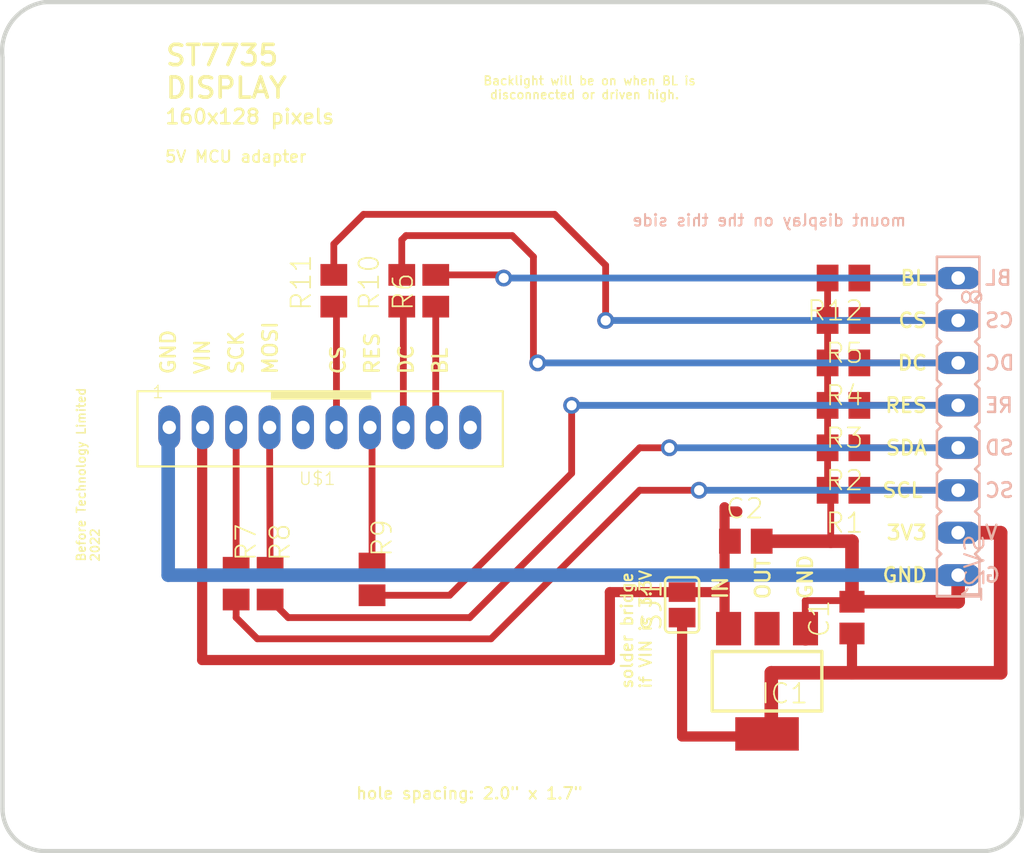
<source format=kicad_pcb>
(kicad_pcb (version 20211014) (generator pcbnew)
  (layers (0 "F.Cu" signal) (31 "B.Cu" signal) (34 "B.Paste" user) (35 "F.Paste" user) (36 "B.SilkS" user "B.Silkscreen") (37 "F.SilkS" user "F.Silkscreen") (38 "B.Mask" user) (39 "F.Mask" user) (44 "Edge.Cuts" user))
  (net 0 "")
  (net 1 "N$2")
  (net 2 "SCK3")
  (net 3 "SDA3")
  (net 4 "RST3")
  (net 5 "DC3")
  (net 6 "CS3")
  (net 7 "BLK")
  (net 8 "GND")
  (net 9 "RST5")
  (net 10 "DC5")
  (net 11 "SCK5")
  (net 12 "CS5")
  (net 13 "MOSI")
  (net 14 "BL5")
  (net 15 "N$1")
  (footprint "weaver_gfx5:M0805" (layer "F.Cu") (at 140.127616 114.1476 -90)
    (fp_text reference "R9" (at -1.27 -1.27 -90) (layer "F.SilkS") (effects (font (size 1.1684 1.1684) (thickness 0.1016)) (justify left bottom)))
    (fp_text value "")
    (pad "1" smd rect (at -0.95 0 270) (size 1.3 1.6) (layers "F.Cu" "F.Paste" "F.Mask") (net 9 "RST5"))
    (pad "2" smd rect (at 0.95 0 270) (size 1.3 1.6) (layers "F.Cu" "F.Paste" "F.Mask") (net 4 "RST3"))
  )
  (footprint "" (layer "F.Cu") (at 173.909616 83.4136)
    (fp_text reference "@HOLE3" hide)
    (fp_text value "" (at 0 0) (layer "F.SilkS") (effects (font (size 1.27 1.27))))
    (pad "" np_thru_hole circle (at 0 0) (size 3.2 3.2) (drill 3.2) (layers *.Cu *.Mask))
  )
  (footprint "weaver_gfx5:M0805" (layer "F.Cu") (at 168.321616 106.2736 180)
    (fp_text reference "R2" (at -1.27 -1.27 180) (layer "F.SilkS") (effects (font (size 1.1684 1.1684) (thickness 0.1016)) (justify right top)))
    (fp_text value "")
    (pad "1" smd rect (at -0.95 0 180) (size 1.3 1.6) (layers "F.Cu" "F.Paste" "F.Mask") (net 3 "SDA3"))
    (pad "2" smd rect (at 0.95 0 180) (size 1.3 1.6) (layers "F.Cu" "F.Paste" "F.Mask") (net 8 "GND"))
  )
  (footprint "weaver_gfx5:C0805" (layer "F.Cu") (at 168.829616 116.4336 90)
    (fp_text reference "C1" (at -1.27 -1.27 90) (layer "F.SilkS") (effects (font (size 1.1684 1.1684) (thickness 0.1016)) (justify left bottom)))
    (fp_text value "")
    (pad "1" smd rect (at -0.95 0 90) (size 1.3 1.5) (layers "F.Cu" "F.Paste" "F.Mask") (net 1 "N$2"))
    (pad "2" smd rect (at 0.95 0 90) (size 1.3 1.5) (layers "F.Cu" "F.Paste" "F.Mask") (net 8 "GND"))
  )
  (footprint "weaver_gfx5:M0805" (layer "F.Cu") (at 168.321616 98.6536 180)
    (fp_text reference "R5" (at -1.27 -1.27 180) (layer "F.SilkS") (effects (font (size 1.1684 1.1684) (thickness 0.1016)) (justify right top)))
    (fp_text value "")
    (pad "1" smd rect (at -0.95 0 180) (size 1.3 1.6) (layers "F.Cu" "F.Paste" "F.Mask") (net 6 "CS3"))
    (pad "2" smd rect (at 0.95 0 180) (size 1.3 1.6) (layers "F.Cu" "F.Paste" "F.Mask") (net 8 "GND"))
  )
  (footprint "weaver_gfx5:C0805" (layer "F.Cu") (at 162.479616 111.8616)
    (fp_text reference "C2" (at -1.27 -1.27) (layer "F.SilkS") (effects (font (size 1.1684 1.1684) (thickness 0.1016)) (justify left bottom)))
    (fp_text value "")
    (pad "1" smd rect (at -0.95 0) (size 1.3 1.5) (layers "F.Cu" "F.Paste" "F.Mask") (net 15 "N$1"))
    (pad "2" smd rect (at 0.95 0) (size 1.3 1.5) (layers "F.Cu" "F.Paste" "F.Mask") (net 8 "GND"))
  )
  (footprint "weaver_gfx5:M0805" (layer "F.Cu") (at 141.905616 96.8756 90)
    (fp_text reference "R10" (at -1.27 -1.27 90) (layer "F.SilkS") (effects (font (size 1.1684 1.1684) (thickness 0.1016)) (justify left bottom)))
    (fp_text value "")
    (pad "1" smd rect (at -0.95 0 90) (size 1.3 1.6) (layers "F.Cu" "F.Paste" "F.Mask") (net 10 "DC5"))
    (pad "2" smd rect (at 0.95 0 90) (size 1.3 1.6) (layers "F.Cu" "F.Paste" "F.Mask") (net 5 "DC3"))
  )
  (footprint "weaver_gfx5:JST_B10B-PH_HEADER" (layer "F.Cu") (at 131.999616 105.0036 180)
    (fp_text reference "U$1" (at -6 -2.6825 180) (layer "F.SilkS") (effects (font (size 0.747776 0.747776) (thickness 0.065024)) (justify right top)))
    (fp_text value "JST-PH_10-PIN_HEADER" hide)
    (fp_text user "1" (at 5.07 1.635 180) (layer "F.SilkS") (effects (font (size 0.747776 0.747776) (thickness 0.065024)) (justify left bottom)))
    (fp_line (start 5.9 2.1175) (end -15.95 2.1175) (layer "F.SilkS") (width 0.127))
    (fp_line (start 5.9 -2.3825) (end 5.9 2.1175) (layer "F.SilkS") (width 0.127))
    (fp_line (start -15.95 2.1175) (end -15.95 -2.3825) (layer "F.SilkS") (width 0.127))
    (fp_line (start -15.95 -2.3825) (end 5.9 -2.3825) (layer "F.SilkS") (width 0.127))
    (fp_poly (pts (xy -8.08 2.1175) (xy -2.08 2.1175) (xy -2.08 1.6175) (xy -8.08 1.6175)) (layer "F.SilkS") (width 0) (fill solid))
    (pad "P1" thru_hole oval (at 4 -0.0475 270) (size 2.616 1.308) (drill 0.8) (layers *.Cu *.Mask) (net 8 "GND"))
    (pad "P2" thru_hole oval (at 2 -0.0475 270) (size 2.616 1.308) (drill 0.8) (layers *.Cu *.Mask) (net 15 "N$1"))
    (pad "P3" thru_hole oval (at 0 -0.0475 270) (size 2.616 1.308) (drill 0.8) (layers *.Cu *.Mask) (net 11 "SCK5"))
    (pad "P4" thru_hole oval (at -2 -0.0475 270) (size 2.616 1.308) (drill 0.8) (layers *.Cu *.Mask) (net 13 "MOSI"))
    (pad "P5" thru_hole oval (at -4 -0.0475 270) (size 2.616 1.308) (drill 0.8) (layers *.Cu *.Mask))
    (pad "P6" thru_hole oval (at -6 -0.0475 270) (size 2.616 1.308) (drill 0.8) (layers *.Cu *.Mask) (net 12 "CS5"))
    (pad "P7" thru_hole oval (at -8 -0.0475 270) (size 2.616 1.308) (drill 0.8) (layers *.Cu *.Mask) (net 9 "RST5"))
    (pad "P8" thru_hole oval (at -10 -0.0475 270) (size 2.616 1.308) (drill 0.8) (layers *.Cu *.Mask) (net 10 "DC5"))
    (pad "P9" thru_hole oval (at -12 -0.0475 270) (size 2.616 1.308) (drill 0.8) (layers *.Cu *.Mask) (net 14 "BL5"))
    (pad "P10" thru_hole oval (at -14 -0.0475 270) (size 2.616 1.308) (drill 0.8) (layers *.Cu *.Mask))
  )
  (footprint "" (layer "F.Cu") (at 123.109616 83.4136)
    (fp_text reference "@HOLE0" hide)
    (fp_text value "" (at 0 0) (layer "F.SilkS") (effects (font (size 1.27 1.27))))
    (pad "" np_thru_hole circle (at 0 0) (size 3.2 3.2) (drill 3.2) (layers *.Cu *.Mask))
  )
  (footprint "" (layer "F.Cu") (at 123.109616 90.0811)
    (fp_text reference "@HOLE5" hide)
    (fp_text value "" (at 0 0) (layer "F.SilkS") (effects (font (size 1.27 1.27))))
    (pad "" np_thru_hole circle (at 0 0) (size 2.8 2.8) (drill 2.8) (layers *.Cu *.Mask))
  )
  (footprint "weaver_gfx5:M0805" (layer "F.Cu") (at 143.937616 96.8756 90)
    (fp_text reference "R6" (at -1.27 -1.27 90) (layer "F.SilkS") (effects (font (size 1.1684 1.1684) (thickness 0.1016)) (justify left bottom)))
    (fp_text value "")
    (pad "1" smd rect (at -0.95 0 90) (size 1.3 1.6) (layers "F.Cu" "F.Paste" "F.Mask") (net 14 "BL5"))
    (pad "2" smd rect (at 0.95 0 90) (size 1.3 1.6) (layers "F.Cu" "F.Paste" "F.Mask") (net 7 "BLK"))
  )
  (footprint "weaver_gfx5:M0805" (layer "F.Cu") (at 168.321616 108.8136 180)
    (fp_text reference "R1" (at -1.27 -1.27 180) (layer "F.SilkS") (effects (font (size 1.1684 1.1684) (thickness 0.1016)) (justify right top)))
    (fp_text value "")
    (pad "1" smd rect (at -0.95 0 180) (size 1.3 1.6) (layers "F.Cu" "F.Paste" "F.Mask") (net 2 "SCK3"))
    (pad "2" smd rect (at 0.95 0 180) (size 1.3 1.6) (layers "F.Cu" "F.Paste" "F.Mask") (net 8 "GND"))
  )
  (footprint "" (layer "F.Cu") (at 123.109616 119.9261)
    (fp_text reference "@HOLE4" hide)
    (fp_text value "" (at 0 0) (layer "F.SilkS") (effects (font (size 1.27 1.27))))
    (pad "" np_thru_hole circle (at 0 0) (size 2.8 2.8) (drill 2.8) (layers *.Cu *.Mask))
  )
  (footprint "weaver_gfx5:M0805" (layer "F.Cu") (at 168.321616 101.1936 180)
    (fp_text reference "R4" (at -1.27 -1.27 180) (layer "F.SilkS") (effects (font (size 1.1684 1.1684) (thickness 0.1016)) (justify right top)))
    (fp_text value "")
    (pad "1" smd rect (at -0.95 0 180) (size 1.3 1.6) (layers "F.Cu" "F.Paste" "F.Mask") (net 5 "DC3"))
    (pad "2" smd rect (at 0.95 0 180) (size 1.3 1.6) (layers "F.Cu" "F.Paste" "F.Mask") (net 8 "GND"))
  )
  (footprint "weaver_gfx5:SOT223" (layer "F.Cu") (at 163.749616 120.2436 180)
    (fp_text reference "IC1" (at -2.54 -0.0508 180) (layer "F.SilkS") (effects (font (size 1.1684 1.1684) (thickness 0.1016)) (justify right top)))
    (fp_text value "LD117AS18TR")
    (fp_line (start 3.277 -1.778) (end 3.277 1.778) (layer "F.SilkS") (width 0.2032))
    (fp_line (start -3.277 -1.778) (end 3.277 -1.778) (layer "F.SilkS") (width 0.2032))
    (fp_line (start 3.277 1.778) (end -3.277 1.778) (layer "F.SilkS") (width 0.2032))
    (fp_line (start -3.277 1.778) (end -3.277 -1.778) (layer "F.SilkS") (width 0.2032))
    (pad "1" smd rect (at -2.3 3.15 180) (size 1.5 2) (layers "F.Cu" "F.Paste" "F.Mask") (net 8 "GND"))
    (pad "2" smd rect (at 0 3.15 180) (size 1.5 2) (layers "F.Cu" "F.Paste" "F.Mask"))
    (pad "3" smd rect (at 2.3 3.15 180) (size 1.5 2) (layers "F.Cu" "F.Paste" "F.Mask") (net 15 "N$1"))
    (pad "4" smd rect (at 0 -3.15 180) (size 3.8 2) (layers "F.Cu" "F.Paste" "F.Mask") (net 1 "N$2"))
  )
  (footprint "" (layer "F.Cu") (at 123.109616 126.5936)
    (fp_text reference "@HOLE1" hide)
    (fp_text value "" (at 0 0) (layer "F.SilkS") (effects (font (size 1.27 1.27))))
    (pad "" np_thru_hole circle (at 0 0) (size 3.2 3.2) (drill 3.2) (layers *.Cu *.Mask))
  )
  (footprint "weaver_gfx5:M0805" (layer "F.Cu") (at 134.031616 114.4016 -90)
    (fp_text reference "R8" (at -1.27 -1.27 -90) (layer "F.SilkS") (effects (font (size 1.1684 1.1684) (thickness 0.1016)) (justify left bottom)))
    (fp_text value "")
    (pad "1" smd rect (at -0.95 0 270) (size 1.3 1.6) (layers "F.Cu" "F.Paste" "F.Mask") (net 13 "MOSI"))
    (pad "2" smd rect (at 0.95 0 270) (size 1.3 1.6) (layers "F.Cu" "F.Paste" "F.Mask") (net 3 "SDA3"))
  )
  (footprint "weaver_gfx5:M0805" (layer "F.Cu") (at 137.841616 96.8756 90)
    (fp_text reference "R11" (at -1.27 -1.27 90) (layer "F.SilkS") (effects (font (size 1.1684 1.1684) (thickness 0.1016)) (justify left bottom)))
    (fp_text value "")
    (pad "1" smd rect (at -0.95 0 90) (size 1.3 1.6) (layers "F.Cu" "F.Paste" "F.Mask") (net 12 "CS5"))
    (pad "2" smd rect (at 0.95 0 90) (size 1.3 1.6) (layers "F.Cu" "F.Paste" "F.Mask") (net 6 "CS3"))
  )
  (footprint "weaver_gfx5:M0805" (layer "F.Cu") (at 168.321616 96.1136 180)
    (fp_text reference "R12" (at -1.27 -1.27 180) (layer "F.SilkS") (effects (font (size 1.1684 1.1684) (thickness 0.1016)) (justify right top)))
    (fp_text value "")
    (pad "1" smd rect (at -0.95 0 180) (size 1.3 1.6) (layers "F.Cu" "F.Paste" "F.Mask") (net 7 "BLK"))
    (pad "2" smd rect (at 0.95 0 180) (size 1.3 1.6) (layers "F.Cu" "F.Paste" "F.Mask") (net 8 "GND"))
  )
  (footprint "weaver_gfx5:SJ" (layer "F.Cu") (at 158.669616 115.6716 90)
    (fp_text reference "SJ1" (at -1.651 -1.143 90) (layer "F.SilkS") (effects (font (size 1.143 1.143) (thickness 0.127)) (justify left bottom)))
    (fp_text value "")
    (fp_line (start 1.651 0.762) (end 1.651 -0.762) (layer "F.SilkS") (width 0.1524))
    (fp_line (start -1.397 -1.016) (end 1.397 -1.016) (layer "F.SilkS") (width 0.1524))
    (fp_line (start -1.651 0.762) (end -1.651 -0.762) (layer "F.SilkS") (width 0.1524))
    (fp_line (start 1.397 1.016) (end -1.397 1.016) (layer "F.SilkS") (width 0.1524))
    (fp_arc (start -1.651 -0.762) (mid -1.576605 -0.941605) (end -1.397 -1.016) (layer "F.SilkS") (width 0.1524))
    (fp_arc (start 1.397 -1.016) (mid 1.576605 -0.941605) (end 1.651 -0.762) (layer "F.SilkS") (width 0.1524))
    (fp_arc (start 1.651 0.762) (mid 1.576605 0.941605) (end 1.397 1.016) (layer "F.SilkS") (width 0.1524))
    (fp_arc (start -1.397 1.016) (mid -1.576605 0.941605) (end -1.651 0.762) (layer "F.SilkS") (width 0.1524))
    (pad "1" smd rect (at -0.762 0 90) (size 1.1684 1.6002) (layers "F.Cu" "F.Paste" "F.Mask") (net 1 "N$2"))
    (pad "2" smd rect (at 0.762 0 90) (size 1.1684 1.6002) (layers "F.Cu" "F.Paste" "F.Mask") (net 15 "N$1"))
  )
  (footprint "weaver_gfx5:M0805" (layer "F.Cu") (at 168.321616 103.7336 180)
    (fp_text reference "R3" (at -1.27 -1.27 180) (layer "F.SilkS") (effects (font (size 1.1684 1.1684) (thickness 0.1016)) (justify right top)))
    (fp_text value "")
    (pad "1" smd rect (at -0.95 0 180) (size 1.3 1.6) (layers "F.Cu" "F.Paste" "F.Mask") (net 4 "RST3"))
    (pad "2" smd rect (at 0.95 0 180) (size 1.3 1.6) (layers "F.Cu" "F.Paste" "F.Mask") (net 8 "GND"))
  )
  (footprint "weaver_gfx5:M0805" (layer "F.Cu") (at 131.999616 114.4016 -90)
    (fp_text reference "R7" (at -1.27 -1.27 -90) (layer "F.SilkS") (effects (font (size 1.1684 1.1684) (thickness 0.1016)) (justify left bottom)))
    (fp_text value "")
    (pad "1" smd rect (at -0.95 0 270) (size 1.3 1.6) (layers "F.Cu" "F.Paste" "F.Mask") (net 11 "SCK5"))
    (pad "2" smd rect (at 0.95 0 270) (size 1.3 1.6) (layers "F.Cu" "F.Paste" "F.Mask") (net 2 "SCK3"))
  )
  (footprint "" (layer "F.Cu") (at 173.909616 126.5936)
    (fp_text reference "@HOLE2" hide)
    (fp_text value "" (at 0 0) (layer "F.SilkS") (effects (font (size 1.27 1.27))))
    (pad "" np_thru_hole circle (at 0 0) (size 3.2 3.2) (drill 3.2) (layers *.Cu *.Mask))
  )
  (footprint "weaver_gfx5:FE08" (layer "B.Cu") (at 175.179616 105.0036 90)
    (fp_text reference "SV2" (at -6.35 1.651 270) (layer "B.SilkS") (effects (font (size 1.143 1.143) (thickness 0.127)) (justify left bottom mirror)))
    (fp_text value "")
    (fp_text user "1" (at -9.398 1.524 270) (layer "B.SilkS") (effects (font (size 1.143 1.143) (thickness 0.127)) (justify left bottom mirror)))
    (fp_text user "8" (at 8.382 1.524 270) (layer "B.SilkS") (effects (font (size 1.143 1.143) (thickness 0.127)) (justify left bottom mirror)))
    (fp_line (start 7.62 -1.016) (end 7.874 -1.27) (layer "B.SilkS") (width 0.1524))
    (fp_line (start -2.286 1.27) (end -2.54 1.016) (layer "B.SilkS") (width 0.1524))
    (fp_line (start 2.286 1.27) (end 0.254 1.27) (layer "B.SilkS") (width 0.1524))
    (fp_line (start -10.16 1.27) (end -10.16 -1.27) (layer "B.SilkS") (width 0.1524))
    (fp_line (start 0.254 -1.27) (end 2.286 -1.27) (layer "B.SilkS") (width 0.1524))
    (fp_line (start 2.794 -1.27) (end 4.826 -1.27) (layer "B.SilkS") (width 0.1524))
    (fp_line (start -5.08 -1.016) (end -4.826 -1.27) (layer "B.SilkS") (width 0.1524))
    (fp_line (start 4.826 -1.27) (end 5.08 -1.016) (layer "B.SilkS") (width 0.1524))
    (fp_line (start -2.794 1.27) (end -4.826 1.27) (layer "B.SilkS") (width 0.1524))
    (fp_line (start 5.334 -1.27) (end 7.366 -1.27) (layer "B.SilkS") (width 0.1524))
    (fp_line (start -10.16 -1.27) (end -7.874 -1.27) (layer "B.SilkS") (width 0.1524))
    (fp_line (start 10.16 -1.27) (end 10.16 1.27) (layer "B.SilkS") (width 0.1524))
    (fp_line (start 0 -1.016) (end 0.254 -1.27) (layer "B.SilkS") (width 0.1524))
    (fp_line (start -7.62 1.016) (end -7.874 1.27) (layer "B.SilkS") (width 0.1524))
    (fp_line (start 5.08 1.016) (end 4.826 1.27) (layer "B.SilkS") (width 0.1524))
    (fp_line (start 5.334 1.27) (end 5.08 1.016) (layer "B.SilkS") (width 0.1524))
    (fp_line (start 7.366 -1.27) (end 7.62 -1.016) (layer "B.SilkS") (width 0.1524))
    (fp_line (start -2.54 -1.016) (end -2.286 -1.27) (layer "B.SilkS") (width 0.1524))
    (fp_line (start -5.08 1.016) (end -5.334 1.27) (layer "B.SilkS") (width 0.1524))
    (fp_line (start 2.54 1.016) (end 2.286 1.27) (layer "B.SilkS") (width 0.1524))
    (fp_line (start -7.366 1.27) (end -7.62 1.016) (layer "B.SilkS") (width 0.1524))
    (fp_line (start -7.366 -1.27) (end -5.334 -1.27) (layer "B.SilkS") (width 0.1524))
    (fp_line (start -4.826 -1.27) (end -2.794 -1.27) (layer "B.SilkS") (width 0.1524))
    (fp_line (start -0.254 1.27) (end -2.286 1.27) (layer "B.SilkS") (width 0.1524))
    (fp_line (start -7.874 1.27) (end -10.16 1.27) (layer "B.SilkS") (width 0.1524))
    (fp_line (start 2.54 -1.016) (end 2.794 -1.27) (layer "B.SilkS") (width 0.1524))
    (fp_line (start 4.826 1.27) (end 2.794 1.27) (layer "B.SilkS") (width 0.1524))
    (fp_line (start -4.826 1.27) (end -5.08 1.016) (layer "B.SilkS") (width 0.1524))
    (fp_line (start 2.794 1.27) (end 2.54 1.016) (layer "B.SilkS") (width 0.1524))
    (fp_line (start 10.16 1.27) (end 7.874 1.27) (layer "B.SilkS") (width 0.1524))
    (fp_line (start -7.62 -1.016) (end -7.366 -1.27) (layer "B.SilkS") (width 0.1524))
    (fp_line (start 7.874 1.27) (end 7.62 1.016) (layer "B.SilkS") (width 0.1524))
    (fp_line (start -0.254 -1.27) (end 0 -1.016) (layer "B.SilkS") (width 0.1524))
    (fp_line (start -7.874 -1.27) (end -7.62 -1.016) (layer "B.SilkS") (width 0.1524))
    (fp_line (start 7.62 1.016) (end 7.366 1.27) (layer "B.SilkS") (width 0.1524))
    (fp_line (start 2.286 -1.27) (end 2.54 -1.016) (layer "B.SilkS") (width 0.1524))
    (fp_line (start 0 1.016) (end -0.254 1.27) (layer "B.SilkS") (width 0.1524))
    (fp_line (start -2.54 1.016) (end -2.794 1.27) (layer "B.SilkS") (width 0.1524))
    (fp_line (start 7.366 1.27) (end 5.334 1.27) (layer "B.SilkS") (width 0.1524))
    (fp_line (start -5.334 1.27) (end -7.366 1.27) (layer "B.SilkS") (width 0.1524))
    (fp_line (start -5.334 -1.27) (end -5.08 -1.016) (layer "B.SilkS") (width 0.1524))
    (fp_line (start -2.794 -1.27) (end -2.54 -1.016) (layer "B.SilkS") (width 0.1524))
    (fp_line (start -2.286 -1.27) (end -0.254 -1.27) (layer "B.SilkS") (width 0.1524))
    (fp_line (start 0.254 1.27) (end 0 1.016) (layer "B.SilkS") (width 0.1524))
    (fp_line (start 5.08 -1.016) (end 5.334 -1.27) (layer "B.SilkS") (width 0.1524))
    (fp_line (start 7.874 -1.27) (end 10.16 -1.27) (layer "B.SilkS") (width 0.1524))
    (pad "1" thru_hole oval (at -8.89 0) (size 2.6416 1.3208) (drill 0.8128) (layers *.Cu *.Mask) (net 8 "GND"))
    (pad "2" thru_hole oval (at -6.35 0) (size 2.6416 1.3208) (drill 0.8128) (layers *.Cu *.Mask) (net 1 "N$2"))
    (pad "3" thru_hole oval (at -3.81 0) (size 2.6416 1.3208) (drill 0.8128) (layers *.Cu *.Mask) (net 2 "SCK3"))
    (pad "4" thru_hole oval (at -1.27 0) (size 2.6416 1.3208) (drill 0.8128) (layers *.Cu *.Mask) (net 3 "SDA3"))
    (pad "5" thru_hole oval (at 1.27 0) (size 2.6416 1.3208) (drill 0.8128) (layers *.Cu *.Mask) (net 4 "RST3"))
    (pad "6" thru_hole oval (at 3.81 0) (size 2.6416 1.3208) (drill 0.8128) (layers *.Cu *.Mask) (net 5 "DC3"))
    (pad "7" thru_hole oval (at 6.35 0) (size 2.6416 1.3208) (drill 0.8128) (layers *.Cu *.Mask) (net 6 "CS3"))
    (pad "8" thru_hole oval (at 8.89 0) (size 2.6416 1.3208) (drill 0.8128) (layers *.Cu *.Mask) (net 7 "BLK"))
  )
  (gr_line (start 118.029616 82.9056) (end 118.029616 127.8636) (layer "Edge.Cuts") (width 0.254))
  (gr_arc (start 120.569616 130.4036) (mid 118.773565 129.659651) (end 118.029616 127.8636) (layer "Edge.Cuts") (width 0.254))
  (gr_line (start 178.989616 82.1436) (end 178.989616 127.8636) (layer "Edge.Cuts") (width 0.254))
  (gr_arc (start 118.029616 82.9056) (mid 118.615749 80.728549) (end 120.569616 79.6036) (layer "Edge.Cuts") (width 0.254))
  (gr_arc (start 176.830616 79.6036) (mid 178.436167 80.426456) (end 178.989616 82.1436) (layer "Edge.Cuts") (width 0.254))
  (gr_line (start 176.830616 130.4036) (end 120.569616 130.4036) (layer "Edge.Cuts") (width 0.254))
  (gr_arc (start 178.989616 127.8636) (mid 178.436167 129.580744) (end 176.830616 130.4036) (layer "Edge.Cuts") (width 0.254))
  (gr_line (start 120.569616 79.6036) (end 176.830616 79.6036) (layer "Edge.Cuts") (width 0.254))
  (gr_text "SC" (at 176.703616 108.3056) (layer "B.SilkS") (effects (font (size 0.8636 0.8636) (thickness 0.1524)) (justify right top mirror)))
  (gr_text "BL" (at 176.703616 95.6056) (layer "B.SilkS") (effects (font (size 0.8636 0.8636) (thickness 0.1524)) (justify right top mirror)))
  (gr_text "SD" (at 176.703616 105.7656) (layer "B.SilkS") (effects (font (size 0.8636 0.8636) (thickness 0.1524)) (justify right top mirror)))
  (gr_text "CS" (at 176.703616 98.1456) (layer "B.SilkS") (effects (font (size 0.8636 0.8636) (thickness 0.1524)) (justify right top mirror)))
  (gr_text "mount display on the this side" (at 172.131616 93.0656) (layer "B.SilkS") (effects (font (size 0.69088 0.69088) (thickness 0.12192)) (justify left bottom mirror)))
  (gr_text "V" (at 176.703616 110.8456) (layer "B.SilkS") (effects (font (size 0.8636 0.8636) (thickness 0.1524)) (justify right top mirror)))
  (gr_text "G" (at 176.703616 113.3856) (layer "B.SilkS") (effects (font (size 0.8636 0.8636) (thickness 0.1524)) (justify right top mirror)))
  (gr_text "DC" (at 176.703616 100.6856) (layer "B.SilkS") (effects (font (size 0.8636 0.8636) (thickness 0.1524)) (justify right top mirror)))
  (gr_text "RE" (at 176.703616 103.2256) (layer "B.SilkS") (effects (font (size 0.8636 0.8636) (thickness 0.1524)) (justify right top mirror)))
  (gr_text "DC" (at 142.667616 101.9556 90) (layer "F.SilkS") (effects (font (size 0.8636 0.8636) (thickness 0.1524)) (justify left bottom)))
  (gr_text "DC" (at 173.401616 100.6856) (layer "F.SilkS") (effects (font (size 0.8636 0.8636) (thickness 0.1524)) (justify right top)))
  (gr_text "SDA" (at 173.401616 105.7656) (layer "F.SilkS") (effects (font (size 0.8636 0.8636) (thickness 0.1524)) (justify right top)))
  (gr_text "RES" (at 173.401616 103.2256) (layer "F.SilkS") (effects (font (size 0.8636 0.8636) (thickness 0.1524)) (justify right top)))
  (gr_text "IN" (at 161.463616 115.4176 90) (layer "F.SilkS") (effects (font (size 0.8636 0.8636) (thickness 0.1524)) (justify left bottom)))
  (gr_text "GND" (at 128.443616 101.9556 90) (layer "F.SilkS") (effects (font (size 0.8636 0.8636) (thickness 0.1524)) (justify left bottom)))
  (gr_text "MOSI" (at 134.539616 101.9556 90) (layer "F.SilkS") (effects (font (size 0.8636 0.8636) (thickness 0.1524)) (justify left bottom)))
  (gr_text "SCK" (at 132.507616 101.9556 90) (layer "F.SilkS") (effects (font (size 0.8636 0.8636) (thickness 0.1524)) (justify left bottom)))
  (gr_text "GND" (at 173.401616 113.3856) (layer "F.SilkS") (effects (font (size 0.8636 0.8636) (thickness 0.1524)) (justify right top)))
  (gr_text "RES" (at 140.635616 101.9556 90) (layer "F.SilkS") (effects (font (size 0.8636 0.8636) (thickness 0.1524)) (justify left bottom)))
  (gr_text "VIN" (at 130.475616 101.9556 90) (layer "F.SilkS") (effects (font (size 0.8636 0.8636) (thickness 0.1524)) (justify left bottom)))
  (gr_text "160x128 pixels" (at 127.681616 86.9696) (layer "F.SilkS") (effects (font (size 0.8636 0.8636) (thickness 0.1524)) (justify left bottom)))
  (gr_text "OUT" (at 164.003616 115.4176 90) (layer "F.SilkS") (effects (font (size 0.8636 0.8636) (thickness 0.1524)) (justify left bottom)))
  (gr_text "CS" (at 173.401616 98.1456) (layer "F.SilkS") (effects (font (size 0.8636 0.8636) (thickness 0.1524)) (justify right top)))
  (gr_text "hole spacing: 2.0\" x 1.7\"" (at 139.111616 127.3556) (layer "F.SilkS") (effects (font (size 0.69088 0.69088) (thickness 0.12192)) (justify left bottom)))
  (gr_text "solder bridge\nif VIN is 3.3V" (at 156.891616 120.7516 90) (layer "F.SilkS") (effects (font (size 0.69088 0.69088) (thickness 0.12192)) (justify left bottom)))
  (gr_text "Backlight will be on when BL is\n disconnected or driven high." (at 146.731616 85.4456) (layer "F.SilkS") (effects (font (size 0.51816 0.51816) (thickness 0.09144)) (justify left bottom)))
  (gr_text "CS" (at 138.603616 101.9556 90) (layer "F.SilkS") (effects (font (size 0.8636 0.8636) (thickness 0.1524)) (justify left bottom)))
  (gr_text "BL" (at 173.401616 95.6056) (layer "F.SilkS") (effects (font (size 0.8636 0.8636) (thickness 0.1524)) (justify right top)))
  (gr_text "DC" (at 173.401616 100.6856) (layer "F.SilkS") (effects (font (size 0.8636 0.8636) (thickness 0.1524)) (justify right top)))
  (gr_text "Before Technology Limited\n2022" (at 123.871616 113.1316 90) (layer "F.SilkS") (effects (font (size 0.51816 0.51816) (thickness 0.09144)) (justify left bottom)))
  (gr_text "5V MCU adapter" (at 127.681616 89.2556) (layer "F.SilkS") (effects (font (size 0.69088 0.69088) (thickness 0.12192)) (justify left bottom)))
  (gr_text "ST7735 \nDISPLAY" (at 127.681616 85.4456) (layer "F.SilkS") (effects (font (size 1.20904 1.20904) (thickness 0.21336)) (justify left bottom)))
  (gr_text "GND" (at 166.543616 115.4176 90) (layer "F.SilkS") (effects (font (size 0.8636 0.8636) (thickness 0.1524)) (justify left bottom)))
  (gr_text "SCL" (at 173.147616 108.3056) (layer "F.SilkS") (effects (font (size 0.8636 0.8636) (thickness 0.1524)) (justify right top)))
  (gr_text "3V3" (at 173.401616 110.8456) (layer "F.SilkS") (effects (font (size 0.8636 0.8636) (thickness 0.1524)) (justify right top)))
  (gr_text "BL" (at 144.699616 101.9556 90) (layer "F.SilkS") (effects (font (size 0.8636 0.8636) (thickness 0.1524)) (justify left bottom)))
  (segment (start 168.829616 119.7356) (end 177.719616 119.7356) (width 0.8128) (layer "F.Cu") (net 1))
  (segment (start 168.829616 117.3836) (end 168.829616 119.7356) (width 0.6096) (layer "F.Cu") (net 1))
  (segment (start 163.749616 123.5456) (end 164.003616 123.5456) (width 0.8128) (layer "F.Cu") (net 1))
  (segment (start 158.669616 123.5456) (end 163.749616 123.5456) (width 0.6096) (layer "F.Cu") (net 1))
  (segment (start 158.669616 116.4336) (end 158.669616 123.5456) (width 0.6096) (layer "F.Cu") (net 1))
  (segment (start 164.003616 123.5456) (end 164.003616 119.7356) (width 0.8128) (layer "F.Cu") (net 1))
  (segment (start 164.003616 119.7356) (end 168.829616 119.7356) (width 0.8128) (layer "F.Cu") (net 1))
  (segment (start 175.179616 111.3536) (end 177.719616 111.3536) (width 0.8128) (layer "F.Cu") (net 1))
  (segment (start 177.719616 119.7356) (end 177.719616 111.3536) (width 0.8128) (layer "F.Cu") (net 1))
  (segment (start 169.271616 108.8136) (end 175.179616 108.8136) (width 0.4064) (layer "F.Cu") (net 2))
  (segment (start 133.269616 117.7036) (end 147.239616 117.7036) (width 0.4064) (layer "F.Cu") (net 2))
  (segment (start 131.999616 115.3516) (end 131.999616 116.4336) (width 0.4064) (layer "F.Cu") (net 2))
  (segment (start 147.239616 117.7036) (end 156.129616 108.8136) (width 0.4064) (layer "F.Cu") (net 2))
  (segment (start 156.129616 108.8136) (end 159.685616 108.8136) (width 0.4064) (layer "F.Cu") (net 2))
  (segment (start 131.999616 116.4336) (end 133.269616 117.7036) (width 0.4064) (layer "F.Cu") (net 2))
  (via (at 159.685616 108.8136) (size 1.0064) (drill 0.6) (layers "F.Cu" "B.Cu") (net 2))
  (segment (start 159.685616 108.8136) (end 175.179616 108.8136) (width 0.4064) (layer "B.Cu") (net 2))
  (segment (start 169.271616 106.2736) (end 175.179616 106.2736) (width 0.4064) (layer "F.Cu") (net 3))
  (segment (start 156.129616 106.2736) (end 145.969616 116.4336) (width 0.4064) (layer "F.Cu") (net 3))
  (segment (start 157.907616 106.2736) (end 156.129616 106.2736) (width 0.4064) (layer "F.Cu") (net 3))
  (segment (start 145.969616 116.4336) (end 135.113616 116.4336) (width 0.4064) (layer "F.Cu") (net 3))
  (segment (start 135.113616 116.4336) (end 134.031616 115.3516) (width 0.4064) (layer "F.Cu") (net 3))
  (via (at 157.907616 106.2736) (size 1.0064) (drill 0.6) (layers "F.Cu" "B.Cu") (net 3))
  (segment (start 157.907616 106.2736) (end 175.179616 106.2736) (width 0.4064) (layer "B.Cu") (net 3))
  (segment (start 152.065616 103.7336) (end 152.065616 107.7976) (width 0.4064) (layer "F.Cu") (net 4))
  (segment (start 152.065616 107.7976) (end 144.765616 115.0976) (width 0.4064) (layer "F.Cu") (net 4))
  (segment (start 140.127616 115.0976) (end 144.765616 115.0976) (width 0.4064) (layer "F.Cu") (net 4))
  (segment (start 169.271616 103.7336) (end 175.179616 103.7336) (width 0.4064) (layer "F.Cu") (net 4))
  (via (at 152.065616 103.7336) (size 1.0064) (drill 0.6) (layers "F.Cu" "B.Cu") (net 4))
  (segment (start 152.065616 103.7336) (end 175.179616 103.7336) (width 0.4064) (layer "B.Cu") (net 4))
  (segment (start 141.905616 93.8276) (end 142.159616 93.5736) (width 0.4064) (layer "F.Cu") (net 5))
  (segment (start 149.779616 94.8436) (end 149.779616 100.9396) (width 0.4064) (layer "F.Cu") (net 5))
  (segment (start 169.271616 101.1936) (end 175.179616 101.1936) (width 0.4064) (layer "F.Cu") (net 5))
  (segment (start 142.159616 93.5736) (end 148.509616 93.5736) (width 0.4064) (layer "F.Cu") (net 5))
  (segment (start 141.905616 95.9256) (end 141.905616 93.8276) (width 0.4064) (layer "F.Cu") (net 5))
  (segment (start 149.779616 100.9396) (end 150.033616 101.1936) (width 0.4064) (layer "F.Cu") (net 5))
  (segment (start 148.509616 93.5736) (end 149.779616 94.8436) (width 0.4064) (layer "F.Cu") (net 5))
  (via (at 150.033616 101.1936) (size 1.0064) (drill 0.6) (layers "F.Cu" "B.Cu") (net 5))
  (segment (start 150.033616 101.1936) (end 175.179616 101.1936) (width 0.4064) (layer "B.Cu") (net 5))
  (segment (start 137.841616 94.0816) (end 139.619616 92.3036) (width 0.4064) (layer "F.Cu") (net 6))
  (segment (start 169.271616 98.6536) (end 175.179616 98.6536) (width 0.4064) (layer "F.Cu") (net 6))
  (segment (start 154.097616 98.6536) (end 154.097616 95.3516) (width 0.4064) (layer "F.Cu") (net 6))
  (segment (start 137.841616 95.9256) (end 137.841616 94.0816) (width 0.4064) (layer "F.Cu") (net 6))
  (segment (start 151.049616 92.3036) (end 154.097616 95.3516) (width 0.4064) (layer "F.Cu") (net 6))
  (segment (start 139.619616 92.3036) (end 151.049616 92.3036) (width 0.4064) (layer "F.Cu") (net 6))
  (via (at 154.097616 98.6536) (size 1.0064) (drill 0.6) (layers "F.Cu" "B.Cu") (net 6))
  (segment (start 154.097616 98.6536) (end 175.179616 98.6536) (width 0.4064) (layer "B.Cu") (net 6))
  (segment (start 143.937616 95.9256) (end 147.813616 95.9256) (width 0.4064) (layer "F.Cu") (net 7))
  (segment (start 169.271616 96.1136) (end 175.179616 96.1136) (width 0.4064) (layer "F.Cu") (net 7))
  (segment (start 147.813616 95.9256) (end 148.001616 96.1136) (width 0.4064) (layer "F.Cu") (net 7))
  (via (at 148.001616 96.1136) (size 1.0064) (drill 0.6) (layers "F.Cu" "B.Cu") (net 7))
  (segment (start 175.179616 96.1136) (end 148.001616 96.1136) (width 0.4064) (layer "B.Cu") (net 7))
  (segment (start 167.559616 108.8136) (end 167.559616 111.8616) (width 0.4064) (layer "F.Cu") (net 8))
  (segment (start 166.035616 117.0936) (end 166.035616 115.4176) (width 0.4064) (layer "F.Cu") (net 8))
  (segment (start 167.371616 96.1136) (end 167.371616 98.6536) (width 0.4064) (layer "F.Cu") (net 8))
  (segment (start 168.829616 111.8616) (end 167.559616 111.8616) (width 0.8128) (layer "F.Cu") (net 8))
  (segment (start 166.035616 115.4176) (end 168.829616 115.4176) (width 0.4064) (layer "F.Cu") (net 8))
  (segment (start 167.371616 103.7336) (end 167.371616 106.2736) (width 0.4064) (layer "F.Cu") (net 8))
  (segment (start 166.049616 117.0936) (end 166.035616 117.0936) (width 0.4064) (layer "F.Cu") (net 8))
  (segment (start 168.829616 115.4836) (end 175.179616 115.4836) (width 0.8128) (layer "F.Cu") (net 8))
  (segment (start 167.371616 101.1936) (end 167.371616 103.7336) (width 0.4064) (layer "F.Cu") (net 8))
  (segment (start 167.371616 106.2736) (end 167.371616 108.8136) (width 0.4064) (layer "F.Cu") (net 8))
  (segment (start 175.179616 115.4836) (end 175.179616 113.8936) (width 0.8128) (layer "F.Cu") (net 8))
  (segment (start 168.829616 115.4176) (end 168.829616 115.4836) (width 0.4064) (layer "F.Cu") (net 8))
  (segment (start 167.371616 98.6536) (end 167.371616 101.1936) (width 0.4064) (layer "F.Cu") (net 8))
  (segment (start 166.049616 117.7036) (end 166.049616 117.0936) (width 0.8128) (layer "F.Cu") (net 8))
  (segment (start 163.429616 111.8616) (end 163.241616 111.8616) (width 0.4064) (layer "F.Cu") (net 8))
  (segment (start 168.829616 115.4836) (end 168.829616 111.8616) (width 0.8128) (layer "F.Cu") (net 8))
  (segment (start 167.371616 108.8136) (end 167.559616 108.8136) (width 0.4064) (layer "F.Cu") (net 8))
  (segment (start 163.429616 111.8616) (end 167.559616 111.8616) (width 0.8128) (layer "F.Cu") (net 8))
  (segment (start 127.935616 105.0511) (end 127.935616 113.8936) (width 0.8128) (layer "B.Cu") (net 8))
  (segment (start 175.179616 113.8936) (end 127.935616 113.8936) (width 0.8128) (layer "B.Cu") (net 8))
  (segment (start 127.999616 105.0511) (end 127.935616 105.0511) (width 0.8128) (layer "B.Cu") (net 8))
  (segment (start 139.999616 105.0511) (end 140.127616 105.0511) (width 0.4064) (layer "F.Cu") (net 9))
  (segment (start 140.127616 105.0511) (end 140.127616 113.1976) (width 0.4064) (layer "F.Cu") (net 9))
  (segment (start 141.999616 97.9196) (end 141.905616 97.8256) (width 0.4064) (layer "F.Cu") (net 10))
  (segment (start 141.999616 105.0511) (end 141.999616 97.9196) (width 0.4064) (layer "F.Cu") (net 10))
  (segment (start 131.999616 105.0511) (end 131.999616 113.4516) (width 0.4064) (layer "F.Cu") (net 11))
  (segment (start 137.999616 97.9836) (end 137.841616 97.8256) (width 0.4064) (layer "F.Cu") (net 12))
  (segment (start 137.999616 105.0511) (end 137.999616 97.9836) (width 0.4064) (layer "F.Cu") (net 12))
  (segment (start 133.999616 105.2236) (end 134.031616 113.4516) (width 0.4064) (layer "F.Cu") (net 13))
  (segment (start 133.999616 105.0511) (end 133.999616 105.2236) (width 0.4064) (layer "F.Cu") (net 13))
  (segment (start 143.937616 97.8256) (end 143.937616 104.9891) (width 0.4064) (layer "F.Cu") (net 14))
  (segment (start 143.937616 104.9891) (end 143.999616 105.0511) (width 0.4064) (layer "F.Cu") (net 14))
  (segment (start 161.449616 117.0936) (end 161.209616 117.0936) (width 0.4064) (layer "F.Cu") (net 15))
  (segment (start 161.209616 110.0836) (end 161.209616 109.8296) (width 0.6096) (layer "F.Cu") (net 15))
  (segment (start 158.669616 115.1636) (end 158.669616 114.9096) (width 0.4064) (layer "F.Cu") (net 15))
  (segment (start 129.967616 118.9736) (end 154.351616 118.9736) (width 0.6096) (layer "F.Cu") (net 15))
  (segment (start 129.967616 105.0511) (end 129.967616 118.9736) (width 0.6096) (layer "F.Cu") (net 15))
  (segment (start 161.209616 112.1156) (end 161.209616 114.9096) (width 0.6096) (layer "F.Cu") (net 15))
  (segment (start 161.529616 111.8616) (end 161.209616 112.1156) (width 0.6096) (layer "F.Cu") (net 15))
  (segment (start 158.669616 114.9096) (end 161.209616 114.9096) (width 0.6096) (layer "F.Cu") (net 15))
  (segment (start 161.209616 112.1156) (end 161.209616 110.0836) (width 0.6096) (layer "F.Cu") (net 15))
  (segment (start 154.351616 114.9096) (end 158.669616 114.9096) (width 0.6096) (layer "F.Cu") (net 15))
  (segment (start 161.209616 117.0936) (end 161.209616 114.9096) (width 0.6096) (layer "F.Cu") (net 15))
  (segment (start 161.971616 110.0836) (end 161.209616 110.0836) (width 0.6096) (layer "F.Cu") (net 15))
  (segment (start 129.999616 105.0511) (end 129.967616 105.0511) (width 0.4064) (layer "F.Cu") (net 15))
  (segment (start 154.351616 118.9736) (end 154.351616 114.9096) (width 0.6096) (layer "F.Cu") (net 15))
)
</source>
